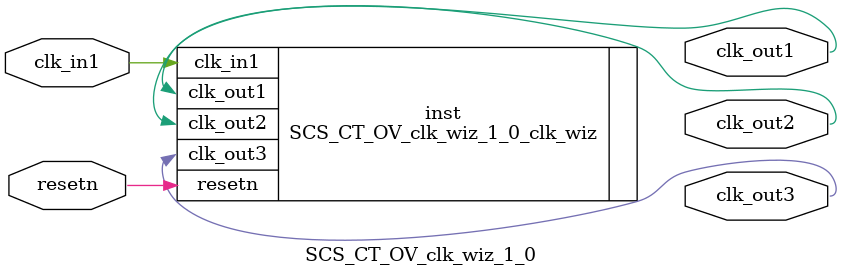
<source format=v>


`timescale 1ps/1ps

(* CORE_GENERATION_INFO = "SCS_CT_OV_clk_wiz_1_0,clk_wiz_v6_0_3_0_0,{component_name=SCS_CT_OV_clk_wiz_1_0,use_phase_alignment=true,use_min_o_jitter=true,use_max_i_jitter=false,use_dyn_phase_shift=false,use_inclk_switchover=false,use_dyn_reconfig=false,enable_axi=0,feedback_source=FDBK_AUTO,PRIMITIVE=MMCM,num_out_clk=3,clkin1_period=2.174,clkin2_period=10.0,use_power_down=false,use_reset=true,use_locked=false,use_inclk_stopped=false,feedback_type=SINGLE,CLOCK_MGR_TYPE=NA,manual_override=false}" *)

module SCS_CT_OV_clk_wiz_1_0 
 (
  // Clock out ports
  output        clk_out1,
  output        clk_out2,
  output        clk_out3,
  // Status and control signals
  input         resetn,
 // Clock in ports
  input         clk_in1
 );

  SCS_CT_OV_clk_wiz_1_0_clk_wiz inst
  (
  // Clock out ports  
  .clk_out1(clk_out1),
  .clk_out2(clk_out2),
  .clk_out3(clk_out3),
  // Status and control signals               
  .resetn(resetn), 
 // Clock in ports
  .clk_in1(clk_in1)
  );

endmodule

</source>
